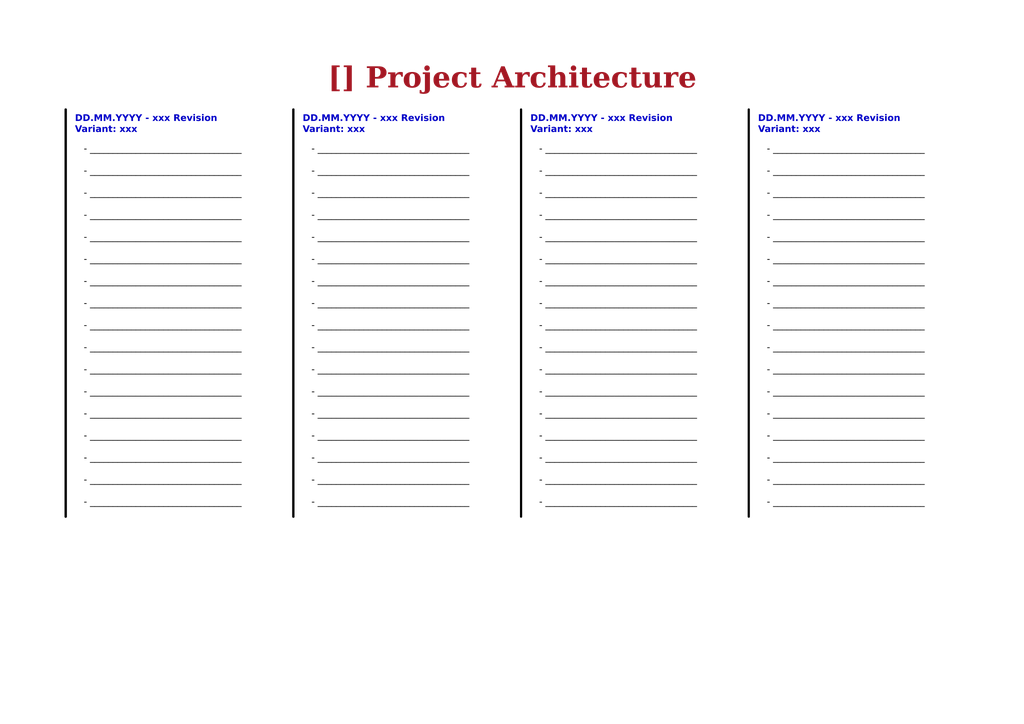
<source format=kicad_sch>
(kicad_sch
	(version 20250114)
	(generator "eeschema")
	(generator_version "9.0")
	(uuid "ea8c4f5e-7a49-4faf-a994-dbc85ed86b0a")
	(paper "A4")
	(title_block
		(title "Project Architecture")
		(date "Last Modified Date")
		(rev "${REVISION}")
		(company "${COMPANY}")
	)
	(lib_symbols)
	(text_box "- _________________________________\n\n- _________________________________\n\n- _________________________________\n\n- _________________________________\n\n- _________________________________\n\n- _________________________________\n\n- _________________________________\n\n- _________________________________\n\n- _________________________________\n\n- _________________________________\n\n- _________________________________\n\n- _________________________________\n\n- _________________________________\n\n- _________________________________\n\n- _________________________________\n\n- _________________________________\n\n- _________________________________"
		(exclude_from_sim no)
		(at 220.98 40.64 0)
		(size 58.42 115.57)
		(margins 1.4287 1.4287 1.4287 1.4287)
		(stroke
			(width -0.0001)
			(type default)
		)
		(fill
			(type none)
		)
		(effects
			(font
				(face "Arial")
				(size 1.905 1.905)
				(color 0 0 0 1)
			)
			(justify left top)
		)
		(uuid "0c062e2b-2be1-4307-b752-045c211787f4")
	)
	(text_box "DD.MM.YYYY - xxx Revision\nVariant: xxx"
		(exclude_from_sim no)
		(at 86.36 31.75 0)
		(size 57.15 7.62)
		(margins 1.4287 1.4287 1.4287 1.4287)
		(stroke
			(width -0.0001)
			(type default)
		)
		(fill
			(type none)
		)
		(effects
			(font
				(face "Arial")
				(size 1.905 1.905)
				(thickness 0.254)
				(bold yes)
			)
			(justify left top)
		)
		(uuid "14f2d7b6-dcd6-4c43-91a3-c7a76690654c")
	)
	(text_box "[${#}] ${TITLE}"
		(exclude_from_sim no)
		(at 80.01 16.51 0)
		(size 137.16 12.7)
		(margins 4.4999 4.4999 4.4999 4.4999)
		(stroke
			(width -0.0001)
			(type default)
		)
		(fill
			(type none)
		)
		(effects
			(font
				(face "Times New Roman")
				(size 6 6)
				(thickness 1.2)
				(bold yes)
				(color 162 22 34 1)
			)
		)
		(uuid "20a0a094-ac98-46df-bdac-21d5721f7697")
	)
	(text_box "DD.MM.YYYY - xxx Revision\nVariant: xxx"
		(exclude_from_sim no)
		(at 152.4 31.75 0)
		(size 57.15 7.62)
		(margins 1.4287 1.4287 1.4287 1.4287)
		(stroke
			(width -0.0001)
			(type default)
		)
		(fill
			(type none)
		)
		(effects
			(font
				(face "Arial")
				(size 1.905 1.905)
				(thickness 0.254)
				(bold yes)
			)
			(justify left top)
		)
		(uuid "61447e65-3862-4ca7-a61e-5d8506cb38bb")
	)
	(text_box "- _________________________________\n\n- _________________________________\n\n- _________________________________\n\n- _________________________________\n\n- _________________________________\n\n- _________________________________\n\n- _________________________________\n\n- _________________________________\n\n- _________________________________\n\n- _________________________________\n\n- _________________________________\n\n- _________________________________\n\n- _________________________________\n\n- _________________________________\n\n- _________________________________\n\n- _________________________________\n\n- _________________________________"
		(exclude_from_sim no)
		(at 22.86 40.64 0)
		(size 58.42 115.57)
		(margins 1.4287 1.4287 1.4287 1.4287)
		(stroke
			(width -0.0001)
			(type default)
		)
		(fill
			(type none)
		)
		(effects
			(font
				(face "Arial")
				(size 1.905 1.905)
				(color 0 0 0 1)
			)
			(justify left top)
		)
		(uuid "7cea8527-91c8-47c3-a860-064e128bcffe")
	)
	(text_box "- _________________________________\n\n- _________________________________\n\n- _________________________________\n\n- _________________________________\n\n- _________________________________\n\n- _________________________________\n\n- _________________________________\n\n- _________________________________\n\n- _________________________________\n\n- _________________________________\n\n- _________________________________\n\n- _________________________________\n\n- _________________________________\n\n- _________________________________\n\n- _________________________________\n\n- _________________________________\n\n- _________________________________"
		(exclude_from_sim no)
		(at 154.94 40.64 0)
		(size 58.42 115.57)
		(margins 1.4287 1.4287 1.4287 1.4287)
		(stroke
			(width -0.0001)
			(type default)
		)
		(fill
			(type none)
		)
		(effects
			(font
				(face "Arial")
				(size 1.905 1.905)
				(color 0 0 0 1)
			)
			(justify left top)
		)
		(uuid "8ad0acb7-8a2e-40a2-87c7-888a93359ccd")
	)
	(text_box "DD.MM.YYYY - xxx Revision\nVariant: xxx"
		(exclude_from_sim no)
		(at 20.32 31.75 0)
		(size 57.15 7.62)
		(margins 1.4287 1.4287 1.4287 1.4287)
		(stroke
			(width -0.0001)
			(type default)
		)
		(fill
			(type none)
		)
		(effects
			(font
				(face "Arial")
				(size 1.905 1.905)
				(thickness 0.254)
				(bold yes)
			)
			(justify left top)
		)
		(uuid "922c5813-4880-4ddf-ba01-939f72022a9d")
	)
	(text_box "- _________________________________\n\n- _________________________________\n\n- _________________________________\n\n- _________________________________\n\n- _________________________________\n\n- _________________________________\n\n- _________________________________\n\n- _________________________________\n\n- _________________________________\n\n- _________________________________\n\n- _________________________________\n\n- _________________________________\n\n- _________________________________\n\n- _________________________________\n\n- _________________________________\n\n- _________________________________\n\n- _________________________________"
		(exclude_from_sim no)
		(at 88.9 40.64 0)
		(size 58.42 115.57)
		(margins 1.4287 1.4287 1.4287 1.4287)
		(stroke
			(width -0.0001)
			(type default)
		)
		(fill
			(type none)
		)
		(effects
			(font
				(face "Arial")
				(size 1.905 1.905)
				(color 0 0 0 1)
			)
			(justify left top)
		)
		(uuid "cd63b456-8f62-4290-9191-6ad427c40f65")
	)
	(text_box "DD.MM.YYYY - xxx Revision\nVariant: xxx"
		(exclude_from_sim no)
		(at 218.44 31.75 0)
		(size 57.15 7.62)
		(margins 1.4287 1.4287 1.4287 1.4287)
		(stroke
			(width -0.0001)
			(type default)
		)
		(fill
			(type none)
		)
		(effects
			(font
				(face "Arial")
				(size 1.905 1.905)
				(thickness 0.254)
				(bold yes)
			)
			(justify left top)
		)
		(uuid "f47af890-f55a-44bf-b54f-b7df3adde008")
	)
	(polyline
		(pts
			(xy 19.05 31.75) (xy 19.05 149.86)
		)
		(stroke
			(width 0.635)
			(type default)
			(color 0 0 0 1)
		)
		(uuid "4849fe72-6429-4f5b-a9e6-56656658a37b")
	)
	(polyline
		(pts
			(xy 85.09 31.75) (xy 85.09 149.86)
		)
		(stroke
			(width 0.635)
			(type default)
			(color 0 0 0 1)
		)
		(uuid "5f29c90a-4bd5-401c-a0f6-a99df09914f4")
	)
	(polyline
		(pts
			(xy 85.09 31.75) (xy 85.09 149.86)
		)
		(stroke
			(width 0.635)
			(type default)
			(color 0 0 0 1)
		)
		(uuid "74018a10-ab58-4dc2-b4e6-376117e1ffc0")
	)
	(polyline
		(pts
			(xy 151.13 31.75) (xy 151.13 149.86)
		)
		(stroke
			(width 0.635)
			(type default)
			(color 0 0 0 1)
		)
		(uuid "a6b610d4-f09b-4d6e-ac67-0bb3d0e09fbe")
	)
	(polyline
		(pts
			(xy 19.05 31.75) (xy 19.05 149.86)
		)
		(stroke
			(width 0.635)
			(type default)
			(color 0 0 0 1)
		)
		(uuid "b271ef24-6836-4d14-b8f8-8568bc734aca")
	)
	(polyline
		(pts
			(xy 217.17 31.75) (xy 217.17 149.86)
		)
		(stroke
			(width 0.635)
			(type default)
			(color 0 0 0 1)
		)
		(uuid "fe21cbb6-f53c-41a1-bc1c-520e82f71f78")
	)
)

</source>
